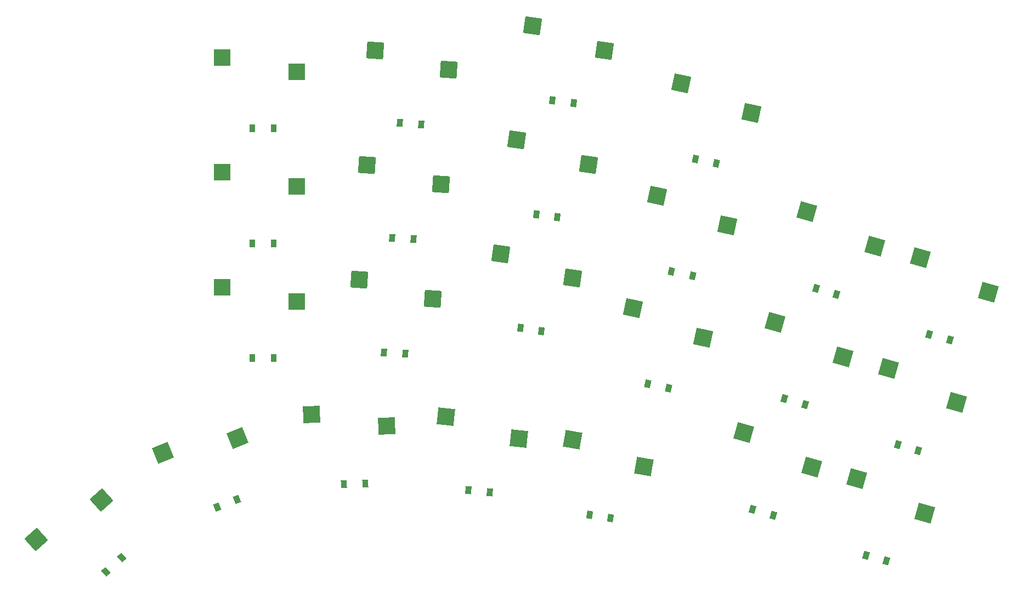
<source format=gbr>
%TF.GenerationSoftware,KiCad,Pcbnew,8.0.4*%
%TF.CreationDate,2024-08-02T13:19:55+01:00*%
%TF.ProjectId,right,72696768-742e-46b6-9963-61645f706362,v1.0.0*%
%TF.SameCoordinates,Original*%
%TF.FileFunction,Paste,Bot*%
%TF.FilePolarity,Positive*%
%FSLAX46Y46*%
G04 Gerber Fmt 4.6, Leading zero omitted, Abs format (unit mm)*
G04 Created by KiCad (PCBNEW 8.0.4) date 2024-08-02 13:19:55*
%MOMM*%
%LPD*%
G01*
G04 APERTURE LIST*
G04 Aperture macros list*
%AMRotRect*
0 Rectangle, with rotation*
0 The origin of the aperture is its center*
0 $1 length*
0 $2 width*
0 $3 Rotation angle, in degrees counterclockwise*
0 Add horizontal line*
21,1,$1,$2,0,0,$3*%
G04 Aperture macros list end*
%ADD10RotRect,2.600000X2.600000X344.000000*%
%ADD11RotRect,2.600000X2.600000X348.000000*%
%ADD12RotRect,2.600000X2.600000X352.000000*%
%ADD13RotRect,2.600000X2.600000X356.000000*%
%ADD14R,2.600000X2.600000*%
%ADD15RotRect,2.600000X2.600000X350.000000*%
%ADD16RotRect,2.600000X2.600000X354.000000*%
%ADD17RotRect,2.600000X2.600000X2.000000*%
%ADD18RotRect,2.600000X2.600000X22.000000*%
%ADD19RotRect,2.600000X2.600000X42.000000*%
%ADD20RotRect,0.900000X1.200000X344.000000*%
%ADD21RotRect,0.900000X1.200000X348.000000*%
%ADD22RotRect,0.900000X1.200000X352.000000*%
%ADD23RotRect,0.900000X1.200000X356.000000*%
%ADD24R,0.900000X1.200000*%
%ADD25RotRect,0.900000X1.200000X350.000000*%
%ADD26RotRect,0.900000X1.200000X354.000000*%
%ADD27RotRect,0.900000X1.200000X2.000000*%
%ADD28RotRect,0.900000X1.200000X22.000000*%
%ADD29RotRect,0.900000X1.200000X42.000000*%
G04 APERTURE END LIST*
D10*
%TO.C,S1*%
X290150720Y-161337877D03*
X279654551Y-156039490D03*
%TD*%
%TO.C,S2*%
X295043283Y-144275477D03*
X284547114Y-138977090D03*
%TD*%
%TO.C,S3*%
X299935844Y-127213084D03*
X289439675Y-121914697D03*
%TD*%
%TO.C,S4*%
X272678334Y-154247151D03*
X262182165Y-148948764D03*
%TD*%
%TO.C,S5*%
X277570904Y-137184756D03*
X267074735Y-131886369D03*
%TD*%
%TO.C,S6*%
X282463466Y-120122361D03*
X271967297Y-114823974D03*
%TD*%
D11*
%TO.C,S7*%
X255983444Y-134228420D03*
X245143246Y-129675116D03*
%TD*%
%TO.C,S8*%
X259673884Y-116866302D03*
X248833686Y-112312998D03*
%TD*%
%TO.C,S9*%
X263364318Y-99504182D03*
X252524120Y-94950878D03*
%TD*%
D12*
%TO.C,S10*%
X235809184Y-125054912D03*
X224677768Y-121268875D03*
%TD*%
%TO.C,S11*%
X238279506Y-107477665D03*
X227148090Y-103691628D03*
%TD*%
%TO.C,S12*%
X240749829Y-89900402D03*
X229618413Y-86114365D03*
%TD*%
D13*
%TO.C,S13*%
X214207412Y-128276955D03*
X202839010Y-125276628D03*
%TD*%
%TO.C,S14*%
X215445585Y-110570185D03*
X204077183Y-107569858D03*
%TD*%
%TO.C,S15*%
X216683768Y-92863426D03*
X205315366Y-89863099D03*
%TD*%
D14*
%TO.C,S16*%
X193243980Y-128661399D03*
X181693979Y-126461397D03*
%TD*%
%TO.C,S17*%
X193243979Y-110911388D03*
X181693978Y-108711386D03*
%TD*%
%TO.C,S18*%
X193243981Y-93161395D03*
X181693980Y-90961393D03*
%TD*%
D15*
%TO.C,S19*%
X246769441Y-154155307D03*
X235776937Y-149983095D03*
%TD*%
D16*
%TO.C,S20*%
X227520503Y-149831135D03*
X216263737Y-146435885D03*
%TD*%
D17*
%TO.C,S21*%
X207091985Y-147910240D03*
X195472240Y-146114668D03*
%TD*%
D18*
%TO.C,S22*%
X184074488Y-149731525D03*
X172541381Y-152018426D03*
%TD*%
D19*
%TO.C,S23*%
X163068042Y-159315425D03*
X153012631Y-165408966D03*
%TD*%
D20*
%TO.C,D1*%
X281082160Y-167840130D03*
X284254322Y-168749734D03*
%TD*%
%TO.C,D2*%
X285974721Y-150777730D03*
X289146883Y-151687334D03*
%TD*%
%TO.C,D3*%
X290867284Y-133715335D03*
X294039446Y-134624939D03*
%TD*%
%TO.C,D4*%
X263609773Y-160749402D03*
X266781935Y-161659006D03*
%TD*%
%TO.C,D5*%
X268502337Y-143687006D03*
X271674499Y-144596610D03*
%TD*%
%TO.C,D6*%
X273394900Y-126624609D03*
X276567062Y-127534213D03*
%TD*%
D21*
%TO.C,D7*%
X247390551Y-141347428D03*
X250618437Y-142033538D03*
%TD*%
%TO.C,D8*%
X251080982Y-123985308D03*
X254308868Y-124671418D03*
%TD*%
%TO.C,D9*%
X254771416Y-106623180D03*
X257999302Y-107309290D03*
%TD*%
D22*
%TO.C,D10*%
X227733814Y-132755989D03*
X231001698Y-133215261D03*
%TD*%
%TO.C,D11*%
X230204141Y-115178733D03*
X233472025Y-115638005D03*
%TD*%
%TO.C,D12*%
X232674460Y-97601471D03*
X235942344Y-98060743D03*
%TD*%
D23*
%TO.C,D13*%
X206688906Y-136522569D03*
X209980868Y-136752769D03*
%TD*%
%TO.C,D14*%
X207927088Y-118815807D03*
X211219050Y-119046007D03*
%TD*%
%TO.C,D15*%
X209165262Y-101109046D03*
X212457224Y-101339246D03*
%TD*%
D24*
%TO.C,D16*%
X186318974Y-137411392D03*
X189618978Y-137411394D03*
%TD*%
%TO.C,D17*%
X186318971Y-119661393D03*
X189618975Y-119661395D03*
%TD*%
%TO.C,D18*%
X186318972Y-101911393D03*
X189618976Y-101911395D03*
%TD*%
D25*
%TO.C,D19*%
X238430228Y-161569859D03*
X241680092Y-162142899D03*
%TD*%
D26*
%TO.C,D20*%
X219718820Y-157809342D03*
X223000742Y-158154290D03*
%TD*%
D27*
%TO.C,D21*%
X200476569Y-156896583D03*
X203774563Y-156781417D03*
%TD*%
D28*
%TO.C,D22*%
X180931549Y-160438530D03*
X183991253Y-159202338D03*
%TD*%
D29*
%TO.C,D23*%
X163776652Y-170451672D03*
X166229028Y-168243538D03*
%TD*%
M02*

</source>
